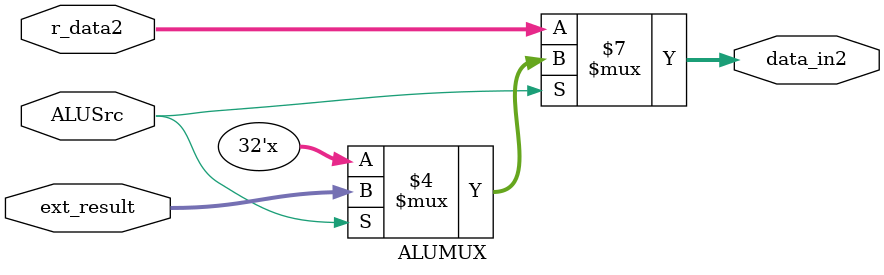
<source format=v>
`timescale 1ns / 1ps

module ALUMUX(
    r_data2,
    ext_result,
    data_in2,
    ALUSrc
);
  
  input [31:0] r_data2;
  input [31:0] ext_result;
  input ALUSrc;
  output reg [31:0] data_in2;
  
  always @(ALUSrc, r_data2, ext_result)
    begin
      if(ALUSrc == 0)
        data_in2 <= r_data2;
      else if(ALUSrc == 1)
        data_in2 <= ext_result;
    end
endmodule

</source>
